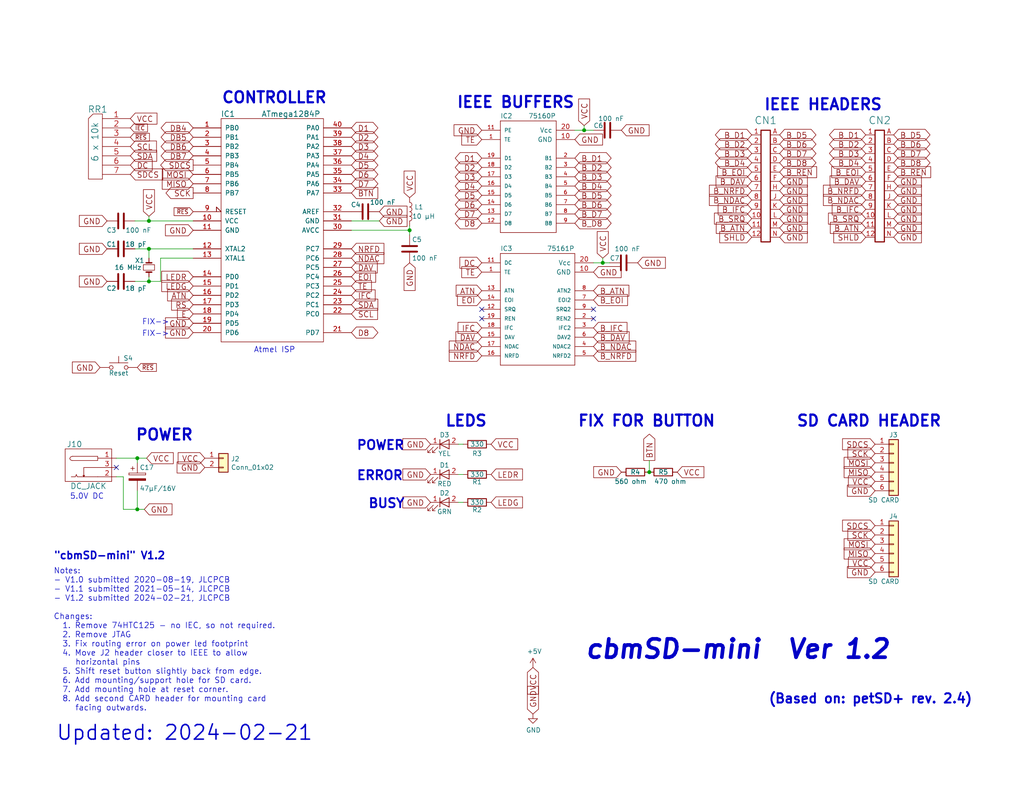
<source format=kicad_sch>
(kicad_sch (version 20230121) (generator eeschema)
  (paper "A")
  (title_block (title "cbmSD-mini") (date "2024-02-21") (rev "1.2") (company "Steve Gray, with thanks to Nils Eilers") (comment 1 "Schematic and PCB layout licensed under CC-BY-SA 4.0"))
  (lib_symbols
    (symbol "CBM-SD-rescue:75160P-psdp24-rescue" (pin_names (offset 1.016))
      (property "Reference" "U" (at -7.62 13.335 0))
      (property "Value" "75160P-psdp24-rescue" (at -7.62 -20.32 0))
      (symbol "75160P-psdp24-rescue_1_1"
        (pin input line (at -12.7 7.62 0) (length 5.08) (name "TE") (number "1"))
        (pin power_in line (at 12.7 7.62 180) (length 5.08) (name "GND") (number "10"))
        (pin input line (at -12.7 10.16 0) (length 5.08) (name "PE") (number "11"))
        (pin bidirectional line (at -12.7 -15.24 0) (length 5.08) (name "D8") (number "12"))
        (pin bidirectional line (at -12.7 -12.7 0) (length 5.08) (name "D7") (number "13"))
        (pin bidirectional line (at -12.7 -10.16 0) (length 5.08) (name "D6") (number "14"))
        (pin bidirectional line (at -12.7 -7.62 0) (length 5.08) (name "D5") (number "15"))
        (pin bidirectional line (at -12.7 -5.08 0) (length 5.08) (name "D4") (number "16"))
        (pin bidirectional line (at -12.7 -2.54 0) (length 5.08) (name "D3") (number "17"))
        (pin bidirectional line (at -12.7 0 0) (length 5.08) (name "D2") (number "18"))
        (pin bidirectional line (at -12.7 2.54 0) (length 5.08) (name "D1") (number "19"))
        (pin bidirectional line (at 12.7 2.54 180) (length 5.08) (name "B1") (number "2"))
        (pin power_in line (at 12.7 10.16 180) (length 5.08) (name "Vcc") (number "20"))
        (pin bidirectional line (at 12.7 0 180) (length 5.08) (name "B2") (number "3"))
        (pin bidirectional line (at 12.7 -2.54 180) (length 5.08) (name "B3") (number "4"))
        (pin bidirectional line (at 12.7 -5.08 180) (length 5.08) (name "B4") (number "5"))
        (pin bidirectional line (at 12.7 -7.62 180) (length 5.08) (name "B5") (number "6"))
        (pin bidirectional line (at 12.7 -10.16 180) (length 5.08) (name "B6") (number "7"))
        (pin bidirectional line (at 12.7 -12.7 180) (length 5.08) (name "B7") (number "8"))
        (pin bidirectional line (at 12.7 -15.24 180) (length 5.08) (name "B8") (number "9"))
      )
    )
    (symbol "CBM-SD-rescue:75161P-psdp24-rescue" (pin_names (offset 1.016))
      (property "Reference" "IC" (at -8.89 17.78 0))
      (property "Value" "75161P-psdp24-rescue" (at -10.16 -17.78 0))
      (symbol "75161P-psdp24-rescue_1_1"
        (pin input line (at -15.24 10.16 0) (length 5.08) (name "TE") (number "1"))
        (pin power_in line (at 15.24 10.16 180) (length 5.08) (name "GND") (number "10"))
        (pin input line (at -15.24 12.7 0) (length 5.08) (name "DC") (number "11"))
        (pin bidirectional line (at -15.24 0 0) (length 5.08) (name "SRQ") (number "12"))
        (pin bidirectional line (at -15.24 5.08 0) (length 5.08) (name "ATN") (number "13"))
        (pin bidirectional line (at -15.24 2.54 0) (length 5.08) (name "EOI") (number "14"))
        (pin bidirectional line (at -15.24 -7.62 0) (length 5.08) (name "DAV") (number "15"))
        (pin bidirectional line (at -15.24 -12.7 0) (length 5.08) (name "NRFD") (number "16"))
        (pin bidirectional line (at -15.24 -10.16 0) (length 5.08) (name "NDAC") (number "17"))
        (pin bidirectional line (at -15.24 -5.08 0) (length 5.08) (name "IFC") (number "18"))
        (pin bidirectional line (at -15.24 -2.54 0) (length 5.08) (name "REN") (number "19"))
        (pin bidirectional line (at 15.24 -2.54 180) (length 5.08) (name "REN2") (number "2"))
        (pin power_in line (at 15.24 12.7 180) (length 5.08) (name "Vcc") (number "20"))
        (pin bidirectional line (at 15.24 -5.08 180) (length 5.08) (name "IFC2") (number "3"))
        (pin bidirectional line (at 15.24 -10.16 180) (length 5.08) (name "NDAC2") (number "4"))
        (pin bidirectional line (at 15.24 -12.7 180) (length 5.08) (name "NRFD2") (number "5"))
        (pin bidirectional line (at 15.24 -7.62 180) (length 5.08) (name "DAV2") (number "6"))
        (pin bidirectional line (at 15.24 2.54 180) (length 5.08) (name "EOI2") (number "7"))
        (pin bidirectional line (at 15.24 5.08 180) (length 5.08) (name "ATN2") (number "8"))
        (pin bidirectional line (at 15.24 0 180) (length 5.08) (name "SRQ2") (number "9"))
      )
    )
    (symbol "CBM-SD-rescue:C-psdp24-rescue" (pin_numbers hide) (pin_names (offset 0.254))
      (property "Reference" "C" (at 0.635 2.54 0))
      (property "Value" "C-psdp24-rescue" (at 0.635 -2.54 0))
      (symbol "C-psdp24-rescue_1_1"
        (pin passive line (at 0 3.81 270) (length 2.794) (name "~") (number "1"))
        (pin passive line (at 0 -3.81 90) (length 2.794) (name "~") (number "2"))
      )
    )
    (symbol "CBM-SD-rescue:CP-psdp24-rescue" (pin_numbers hide) (pin_names (offset 0.254))
      (property "Reference" "C" (at 0.635 2.54 0))
      (property "Value" "CP-psdp24-rescue" (at 0.635 -2.54 0))
      (symbol "CP-psdp24-rescue_1_1"
        (pin passive line (at 0 3.81 270) (length 2.794) (name "~") (number "1"))
        (pin passive line (at 0 -3.81 90) (length 2.794) (name "~") (number "2"))
      )
    )
    (symbol "CBM-SD-rescue:Crystal_Small-psdp24-rescue" (pin_numbers hide) (pin_names (offset 1.016) hide)
      (property "Reference" "Y" (at 0 2.54 0))
      (property "Value" "Crystal_Small-psdp24-rescue" (at 0 -2.54 0))
      (symbol "Crystal_Small-psdp24-rescue_1_1"
        (pin passive line (at -2.54 0 0) (length 1.27) (name "1") (number "1"))
        (pin passive line (at 2.54 0 180) (length 1.27) (name "2") (number "2"))
      )
    )
    (symbol "CBM-SD-rescue:DC_JACK-psdp24-rescue" (pin_names (offset 1.016))
      (property "Reference" "K" (at 22.86 20.32 0))
      (property "Value" "DC_JACK-psdp24-rescue" (at 10.16 20.32 0))
      (symbol "DC_JACK-psdp24-rescue_1_1"
        (pin input line (at 5.08 2.54 180) (length 5.08) (name "~") (number "1"))
        (pin input line (at 5.08 -2.54 180) (length 5.08) (name "~") (number "2"))
        (pin input line (at 5.08 0 180) (length 5.08) (name "~") (number "3"))
      )
    )
    (symbol "CBM-SD-rescue:L-psdp24-rescue" (pin_numbers hide) (pin_names (offset 1.016) hide)
      (property "Reference" "L" (at -1.27 0 90))
      (property "Value" "L-psdp24-rescue" (at 1.905 0 90))
      (symbol "L-psdp24-rescue_1_1"
        (pin passive line (at 0 3.81 270) (length 1.27) (name "1") (number "1"))
        (pin passive line (at 0 -3.81 90) (length 1.27) (name "2") (number "2"))
      )
    )
    (symbol "CBM-SD-rescue:LED-psdp24-rescue" (pin_names (offset 1.016) hide)
      (property "Reference" "D" (at 0 2.54 0))
      (property "Value" "LED-psdp24-rescue" (at 0 -2.54 0))
      (symbol "LED-psdp24-rescue_1_1"
        (pin passive line (at -3.81 0 0) (length 2.54) (name "K") (number "1"))
        (pin passive line (at 3.81 0 180) (length 2.54) (name "A") (number "2"))
      )
    )
    (symbol "CBM-SD-rescue:M644-psdp24-rescue" (pin_names (offset 1.016))
      (property "Reference" "U" (at 0 0 0))
      (property "Value" "M644-psdp24-rescue" (at 0 -2.54 0))
      (symbol "M644-psdp24-rescue_1_1"
        (pin unspecified line (at -21.59 26.67 0) (length 7.62) (name "PB0") (number "1"))
        (pin power_in line (at -21.59 1.27 0) (length 7.62) (name "VCC") (number "10"))
        (pin power_in line (at -21.59 -1.27 0) (length 7.62) (name "GND") (number "11"))
        (pin unspecified line (at -21.59 -6.35 0) (length 7.62) (name "XTAL2") (number "12"))
        (pin unspecified line (at -21.59 -8.89 0) (length 7.62) (name "XTAL1") (number "13"))
        (pin unspecified line (at -21.59 -13.97 0) (length 7.62) (name "PD0") (number "14"))
        (pin unspecified line (at -21.59 -16.51 0) (length 7.62) (name "PD1") (number "15"))
        (pin unspecified line (at -21.59 -19.05 0) (length 7.62) (name "PD2") (number "16"))
        (pin unspecified line (at -21.59 -21.59 0) (length 7.62) (name "PD3") (number "17"))
        (pin unspecified line (at -21.59 -24.13 0) (length 7.62) (name "PD4") (number "18"))
        (pin unspecified line (at -21.59 -26.67 0) (length 7.62) (name "PD5") (number "19"))
        (pin unspecified line (at -21.59 24.13 0) (length 7.62) (name "PB1") (number "2"))
        (pin unspecified line (at -21.59 -29.21 0) (length 7.62) (name "PD6") (number "20"))
        (pin unspecified line (at 21.59 -29.21 180) (length 7.62) (name "PD7") (number "21"))
        (pin unspecified line (at 21.59 -24.13 180) (length 7.62) (name "PC0") (number "22"))
        (pin unspecified line (at 21.59 -21.59 180) (length 7.62) (name "PC1") (number "23"))
        (pin unspecified line (at 21.59 -19.05 180) (length 7.62) (name "PC2") (number "24"))
        (pin unspecified line (at 21.59 -16.51 180) (length 7.62) (name "PC3") (number "25"))
        (pin unspecified line (at 21.59 -13.97 180) (length 7.62) (name "PC4") (number "26"))
        (pin unspecified line (at 21.59 -11.43 180) (length 7.62) (name "PC5") (number "27"))
        (pin unspecified line (at 21.59 -8.89 180) (length 7.62) (name "PC6") (number "28"))
        (pin unspecified line (at 21.59 -6.35 180) (length 7.62) (name "PC7") (number "29"))
        (pin unspecified line (at -21.59 21.59 0) (length 7.62) (name "PB2") (number "3"))
        (pin power_in line (at 21.59 -1.27 180) (length 7.62) (name "AVCC") (number "30"))
        (pin power_in line (at 21.59 1.27 180) (length 7.62) (name "GND") (number "31"))
        (pin unspecified line (at 21.59 3.81 180) (length 7.62) (name "AREF") (number "32"))
        (pin unspecified line (at 21.59 8.89 180) (length 7.62) (name "PA7") (number "33"))
        (pin unspecified line (at 21.59 11.43 180) (length 7.62) (name "PA6") (number "34"))
        (pin unspecified line (at 21.59 13.97 180) (length 7.62) (name "PA5") (number "35"))
        (pin unspecified line (at 21.59 16.51 180) (length 7.62) (name "PA4") (number "36"))
        (pin unspecified line (at 21.59 19.05 180) (length 7.62) (name "PA3") (number "37"))
        (pin unspecified line (at 21.59 21.59 180) (length 7.62) (name "PA2") (number "38"))
        (pin unspecified line (at 21.59 24.13 180) (length 7.62) (name "PA1") (number "39"))
        (pin unspecified line (at -21.59 19.05 0) (length 7.62) (name "PB3") (number "4"))
        (pin unspecified line (at 21.59 26.67 180) (length 7.62) (name "PA0") (number "40"))
        (pin unspecified line (at -21.59 16.51 0) (length 7.62) (name "PB4") (number "5"))
        (pin unspecified line (at -21.59 13.97 0) (length 7.62) (name "PB5") (number "6"))
        (pin unspecified line (at -21.59 11.43 0) (length 7.62) (name "PB6") (number "7"))
        (pin unspecified line (at -21.59 8.89 0) (length 7.62) (name "PB7") (number "8"))
        (pin input input_low (at -21.59 3.81 0) (length 7.62) (name "RESET") (number "9"))
      )
    )
    (symbol "CBM-SD-rescue:R-psdp24-rescue" (pin_numbers hide) (pin_names (offset 0))
      (property "Reference" "R" (at 2.032 0 90))
      (property "Value" "R-psdp24-rescue" (at 0 0 90))
      (symbol "R-psdp24-rescue_1_1"
        (pin passive line (at 0 3.81 270) (length 1.27) (name "~") (number "1"))
        (pin passive line (at 0 -3.81 90) (length 1.27) (name "~") (number "2"))
      )
    )
    (symbol "CBM-SD-rescue:RR6-psdp24-rescue" (pin_names (offset 1.016) hide)
      (property "Reference" "RR" (at 1.27 13.97 0))
      (property "Value" "RR6-psdp24-rescue" (at 0.762 5.08 90))
      (symbol "RR6-psdp24-rescue_1_1"
        (pin passive line (at -8.89 11.43 0) (length 7.62) (name "COM") (number "1"))
        (pin passive line (at -8.89 8.89 0) (length 7.62) (name "2") (number "2"))
        (pin passive line (at -8.89 6.35 0) (length 7.62) (name "3") (number "3"))
        (pin passive line (at -8.89 3.81 0) (length 7.62) (name "4") (number "4"))
        (pin passive line (at -8.89 1.27 0) (length 7.62) (name "5") (number "5"))
        (pin passive line (at -8.89 -1.27 0) (length 7.62) (name "6") (number "6"))
        (pin passive line (at -8.89 -3.81 0) (length 7.62) (name "7") (number "7"))
      )
    )
    (symbol "CBM-SD-rescue:SW_Push-psdp24-rescue" (pin_numbers hide) (pin_names (offset 1.016) hide)
      (property "Reference" "SW" (at 1.27 2.54 0))
      (property "Value" "SW_Push-psdp24-rescue" (at 0 -1.524 0))
      (symbol "SW_Push-psdp24-rescue_0_1"
        (pin passive line (at -5.08 0 0) (length 2.54) (name "1") (number "1"))
        (pin passive line (at 5.08 0 180) (length 2.54) (name "2") (number "2"))
      )
    )
    (symbol "Connector_Generic:Conn_01x02" (pin_names (offset 1.016) hide)
      (property "Reference" "J" (at 0 2.54 0))
      (property "Value" "Conn_01x02" (at 0 -5.08 0))
      (symbol "Conn_01x02_1_1"
        (pin passive line (at -5.08 0 0) (length 3.81) (name "Pin_1") (number "1"))
        (pin passive line (at -5.08 -2.54 0) (length 3.81) (name "Pin_2") (number "2"))
      )
    )
    (symbol "Connector_Generic:Conn_01x06" (pin_names (offset 1.016) hide)
      (property "Reference" "J" (at 0 7.62 0))
      (property "Value" "Conn_01x06" (at 0 -10.16 0))
      (symbol "Conn_01x06_1_1"
        (pin passive line (at -5.08 5.08 0) (length 3.81) (name "Pin_1") (number "1"))
        (pin passive line (at -5.08 2.54 0) (length 3.81) (name "Pin_2") (number "2"))
        (pin passive line (at -5.08 0 0) (length 3.81) (name "Pin_3") (number "3"))
        (pin passive line (at -5.08 -2.54 0) (length 3.81) (name "Pin_4") (number "4"))
        (pin passive line (at -5.08 -5.08 0) (length 3.81) (name "Pin_5") (number "5"))
        (pin passive line (at -5.08 -7.62 0) (length 3.81) (name "Pin_6") (number "6"))
      )
    )
    (symbol "cbm:EDGE_CON_02x12" (pin_names (offset 1.016))
      (property "Reference" "CN" (at 0 17.78 0))
      (symbol "EDGE_CON_02x12_1_1"
        (pin input line (at -3.81 13.97 0) (length 2.54) (name "~") (number "1"))
        (pin input line (at -3.81 -8.89 0) (length 2.54) (name "~") (number "10"))
        (pin input line (at -3.81 -11.43 0) (length 2.54) (name "~") (number "11"))
        (pin input line (at -3.81 -13.97 0) (length 2.54) (name "~") (number "12"))
        (pin input line (at -3.81 11.43 0) (length 2.54) (name "~") (number "2"))
        (pin input line (at -3.81 8.89 0) (length 2.54) (name "~") (number "3"))
        (pin input line (at -3.81 6.35 0) (length 2.54) (name "~") (number "4"))
        (pin input line (at -3.81 3.81 0) (length 2.54) (name "~") (number "5"))
        (pin input line (at -3.81 1.27 0) (length 2.54) (name "~") (number "6"))
        (pin input line (at -3.81 -1.27 0) (length 2.54) (name "~") (number "7"))
        (pin input line (at -3.81 -3.81 0) (length 2.54) (name "~") (number "8"))
        (pin input line (at -3.81 -6.35 0) (length 2.54) (name "~") (number "9"))
        (pin input line (at 3.81 13.97 180) (length 2.54) (name "~") (number "A"))
        (pin input line (at 3.81 11.43 180) (length 2.54) (name "~") (number "B"))
        (pin input line (at 3.81 8.89 180) (length 2.54) (name "~") (number "C"))
        (pin input line (at 3.81 6.35 180) (length 2.54) (name "~") (number "D"))
        (pin input line (at 3.81 3.81 180) (length 2.54) (name "~") (number "E"))
        (pin input line (at 3.81 1.27 180) (length 2.54) (name "~") (number "F"))
        (pin input line (at 3.81 -1.27 180) (length 2.54) (name "~") (number "H"))
        (pin input line (at 3.81 -3.81 180) (length 2.54) (name "~") (number "J"))
        (pin input line (at 3.81 -6.35 180) (length 2.54) (name "~") (number "K"))
        (pin input line (at 3.81 -8.89 180) (length 2.54) (name "~") (number "L"))
        (pin input line (at 3.81 -11.43 180) (length 2.54) (name "~") (number "M"))
        (pin input line (at 3.81 -13.97 180) (length 2.54) (name "~") (number "N"))
      )
    )
    (symbol "power:+5V" (power) (pin_names (offset 0))
      (property "Value" "+5V" (at 0 3.556 0))
      (symbol "+5V_1_1"
        (pin power_in line (at 0 0 90) (length 0) hide (name "+5V") (number "1"))
      )
    )
    (symbol "power:GND" (power) (pin_names (offset 0))
      (property "Value" "GND" (at 0 -3.81 0))
      (symbol "GND_1_1"
        (pin power_in line (at 0 0 270) (length 0) hide (name "GND") (number "1"))
      )
    )
  )
  (junction (at 111.76 62.865))
  (junction (at 177.165 128.905))
  (junction (at 37.465 125.095))
  (junction (at 40.64 60.325))
  (junction (at 40.64 67.945))
  (junction (at 164.465 71.755))
  (junction (at 40.64 76.835))
  (junction (at 37.465 139.065))
  (junction (at 159.385 35.56))
  (no_connect (at 31.75 127.635))
  (no_connect (at 131.445 86.995))
  (no_connect (at 161.925 84.455))
  (no_connect (at 161.925 86.995))
  (no_connect (at 131.445 84.455))
  (wire (pts (xy 33.655 130.175) (xy 33.655 139.065)))
  (wire (pts (xy 126.365 129.54) (xy 125.095 129.54)))
  (wire (pts (xy 43.815 70.485) (xy 52.705 70.485)))
  (wire (pts (xy 36.83 76.835) (xy 40.64 76.835)))
  (wire (pts (xy 161.925 71.755) (xy 164.465 71.755)))
  (wire (pts (xy 37.465 133.985) (xy 37.465 139.065)))
  (wire (pts (xy 111.76 62.865) (xy 111.76 64.135)))
  (wire (pts (xy 40.64 75.565) (xy 40.64 76.835)))
  (wire (pts (xy 156.845 35.56) (xy 159.385 35.56)))
  (wire (pts (xy 111.76 61.595) (xy 111.76 62.865)))
  (wire (pts (xy 40.64 60.325) (xy 52.705 60.325)))
  (wire (pts (xy 164.465 70.485) (xy 164.465 71.755)))
  (wire (pts (xy 159.385 35.56) (xy 161.925 35.56)))
  (wire (pts (xy 159.385 34.29) (xy 159.385 35.56)))
  (wire (pts (xy 33.655 139.065) (xy 37.465 139.065)))
  (wire (pts (xy 31.75 125.095) (xy 37.465 125.095)))
  (wire (pts (xy 125.095 121.285) (xy 126.365 121.285)))
  (wire (pts (xy 40.64 76.835) (xy 43.815 76.835)))
  (wire (pts (xy 111.76 62.865) (xy 95.885 62.865)))
  (wire (pts (xy 126.365 137.16) (xy 125.095 137.16)))
  (wire (pts (xy 37.465 126.365) (xy 37.465 125.095)))
  (wire (pts (xy 40.64 67.945) (xy 40.64 70.485)))
  (wire (pts (xy 95.885 60.325) (xy 103.505 60.325)))
  (wire (pts (xy 177.165 125.73) (xy 177.165 128.905)))
  (wire (pts (xy 43.815 76.835) (xy 43.815 70.485)))
  (wire (pts (xy 40.64 59.055) (xy 40.64 60.325)))
  (wire (pts (xy 164.465 71.755) (xy 166.37 71.755)))
  (wire (pts (xy 39.37 139.065) (xy 37.465 139.065)))
  (wire (pts (xy 31.75 130.175) (xy 33.655 130.175)))
  (wire (pts (xy 40.64 67.945) (xy 52.705 67.945)))
  (wire (pts (xy 36.83 67.945) (xy 40.64 67.945)))
  (wire (pts (xy 36.83 60.325) (xy 40.64 60.325)))
  (wire (pts (xy 40.005 125.095) (xy 37.465 125.095)))
  (text "5.0V DC" (at 19.05 136.525 0) (effects (font (size 1.524 1.524)) (justify left bottom)))
  (text "BUSY" (at 100.33 139.065 0) (effects (font (size 2.4892 2.4892) (thickness 0.4978) bold) (justify left bottom)))
  (text "Notes:\n- V1.0 submitted 2020-08-19, JLCPCB\n- V1.1 submitted 2021-05-14, JLCPCB\n- V1.2 submitted 2024-02-21, JLCPCB\n\nChanges:\n  1. Remove 74HTC125 - no IEC, so not required.\n  2. Remove JTAG\n  3. Fix routing error on power led footprint\n  4. Move J2 header closer to IEEE to allow\n     horizontal pins\n  5. Shift reset button slightly back from edge.\n  6. Add mounting/support hole for SD card.\n  7. Add mounting hole at reset corner.\n  8. Add second CARD header for mounting card\n     facing outwards." (at 14.605 194.31 0) (effects (font (size 1.5494 1.5494)) (justify left bottom)))
  (text "Atmel ISP" (at 69.215 96.52 0) (effects (font (size 1.524 1.524)) (justify left bottom)))
  (text "\"cbmSD-mini\" V1.2" (at 14.605 153.035 0) (effects (font (size 2.0066 2.0066) (thickness 0.4013) bold) (justify left bottom)))
  (text "FIX FOR BUTTON" (at 157.48 116.84 0) (effects (font (size 2.9972 2.9972) (thickness 0.5994) bold) (justify left bottom)))
  (text "SD CARD HEADER" (at 217.17 116.84 0) (effects (font (size 2.9972 2.9972) (thickness 0.5994) bold) (justify left bottom)))
  (text "cbmSD-mini  Ver 1.2" (at 159.385 180.34 0) (effects (font (size 5.0038 5.0038) (thickness 1.0008) bold italic) (justify left bottom)))
  (text "CONTROLLER" (at 60.325 28.575 0) (effects (font (size 2.9972 2.9972) (thickness 0.5994) bold) (justify left bottom)))
  (text "IEEE HEADERS" (at 208.28 30.48 0) (effects (font (size 2.9972 2.9972) (thickness 0.5994) bold) (justify left bottom)))
  (text "(Based on: petSD+ rev. 2.4)" (at 209.55 192.405 0) (effects (font (size 2.54 2.54) (thickness 0.508) bold) (justify left bottom)))
  (text "FIX->" (at 38.735 88.9 0) (effects (font (size 1.524 1.524)) (justify left bottom)))
  (text "POWER" (at 97.155 123.19 0) (effects (font (size 2.4892 2.4892) (thickness 0.4978) bold) (justify left bottom)))
  (text "POWER" (at 36.83 120.65 0) (effects (font (size 2.9972 2.9972) (thickness 0.5994) bold) (justify left bottom)))
  (text "LEDS" (at 121.285 116.84 0) (effects (font (size 2.9972 2.9972) (thickness 0.5994) bold) (justify left bottom)))
  (text "ERROR" (at 97.155 131.445 0) (effects (font (size 2.4892 2.4892) (thickness 0.4978) bold) (justify left bottom)))
  (text "Updated: 2024-02-21" (at 15.24 202.565 0) (effects (font (size 4 4) (thickness 0.4013) bold) (justify left bottom)))
  (text "IEEE BUFFERS" (at 124.46 29.845 0) (effects (font (size 2.9972 2.9972) (thickness 0.5994) bold) (justify left bottom)))
  (text "FIX->" (at 38.735 92.075 0) (effects (font (size 1.524 1.524)) (justify left bottom)))
  (global_label "D7" (shape bidirectional) (at 131.445 58.42 180) (effects (font (size 1.524 1.524))) (property "Intersheetrefs" "${INTERSHEET_REFS}" (effects hide)))
  (global_label "DAV" (shape input) (at 131.445 92.075 180) (effects (font (size 1.524 1.524))) (property "Intersheetrefs" "${INTERSHEET_REFS}" (effects hide)))
  (global_label "B_ATN" (shape input) (at 236.22 62.23 180) (effects (font (size 1.524 1.524))) (property "Intersheetrefs" "${INTERSHEET_REFS}" (effects hide)))
  (global_label "GND" (shape input) (at 117.475 129.54 180) (effects (font (size 1.524 1.524))) (property "Intersheetrefs" "${INTERSHEET_REFS}" (effects hide)))
  (global_label "B_ATN" (shape input) (at 161.925 79.375 0) (effects (font (size 1.524 1.524))) (property "Intersheetrefs" "${INTERSHEET_REFS}" (effects hide)))
  (global_label "GND" (shape input) (at 52.705 88.265 180) (effects (font (size 1.524 1.524))) (property "Intersheetrefs" "${INTERSHEET_REFS}" (effects hide)))
  (global_label "GND" (shape input) (at 243.84 52.07 0) (effects (font (size 1.524 1.524))) (property "Intersheetrefs" "${INTERSHEET_REFS}" (effects hide)))
  (global_label "GND" (shape input) (at 103.505 57.785 0) (effects (font (size 1.524 1.524))) (property "Intersheetrefs" "${INTERSHEET_REFS}" (effects hide)))
  (global_label "B_D8" (shape bidirectional) (at 212.725 44.45 0) (effects (font (size 1.524 1.524))) (property "Intersheetrefs" "${INTERSHEET_REFS}" (effects hide)))
  (global_label "SDCS" (shape input) (at 238.76 143.51 180) (effects (font (size 1.524 1.524))) (property "Intersheetrefs" "${INTERSHEET_REFS}" (effects hide)))
  (global_label "GND" (shape input) (at 29.21 60.325 180) (effects (font (size 1.524 1.524))) (property "Intersheetrefs" "${INTERSHEET_REFS}" (effects hide)))
  (global_label "GND" (shape input) (at 29.21 67.945 180) (effects (font (size 1.524 1.524))) (property "Intersheetrefs" "${INTERSHEET_REFS}" (effects hide)))
  (global_label "B_D1" (shape bidirectional) (at 156.845 43.18 0) (effects (font (size 1.524 1.524))) (property "Intersheetrefs" "${INTERSHEET_REFS}" (effects hide)))
  (global_label "RS" (shape input) (at 52.705 83.185 180) (effects (font (size 1.524 1.524))) (property "Intersheetrefs" "${INTERSHEET_REFS}" (effects hide)))
  (global_label "TE" (shape input) (at 131.445 38.1 180) (effects (font (size 1.524 1.524))) (property "Intersheetrefs" "${INTERSHEET_REFS}" (effects hide)))
  (global_label "B_D5" (shape bidirectional) (at 156.845 53.34 0) (effects (font (size 1.524 1.524))) (property "Intersheetrefs" "${INTERSHEET_REFS}" (effects hide)))
  (global_label "GND" (shape input) (at 212.725 64.77 0) (effects (font (size 1.524 1.524))) (property "Intersheetrefs" "${INTERSHEET_REFS}" (effects hide)))
  (global_label "B_EOI" (shape input) (at 161.925 81.915 0) (effects (font (size 1.524 1.524))) (property "Intersheetrefs" "${INTERSHEET_REFS}" (effects hide)))
  (global_label "B_NRFD" (shape input) (at 161.925 97.155 0) (effects (font (size 1.524 1.524))) (property "Intersheetrefs" "${INTERSHEET_REFS}" (effects hide)))
  (global_label "SDCS" (shape input) (at 238.76 121.285 180) (effects (font (size 1.524 1.524))) (property "Intersheetrefs" "${INTERSHEET_REFS}" (effects hide)))
  (global_label "NDAC" (shape input) (at 95.885 70.485 0) (effects (font (size 1.524 1.524))) (property "Intersheetrefs" "${INTERSHEET_REFS}" (effects hide)))
  (global_label "VCC" (shape input) (at 238.76 153.67 180) (effects (font (size 1.524 1.524))) (property "Intersheetrefs" "${INTERSHEET_REFS}" (effects hide)))
  (global_label "B_DAV" (shape input) (at 236.22 49.53 180) (effects (font (size 1.524 1.524))) (property "Intersheetrefs" "${INTERSHEET_REFS}" (effects hide)))
  (global_label "D2" (shape bidirectional) (at 131.445 45.72 180) (effects (font (size 1.524 1.524))) (property "Intersheetrefs" "${INTERSHEET_REFS}" (effects hide)))
  (global_label "D4" (shape bidirectional) (at 95.885 42.545 0) (effects (font (size 1.524 1.524))) (property "Intersheetrefs" "${INTERSHEET_REFS}" (effects hide)))
  (global_label "IFC" (shape input) (at 95.885 80.645 0) (effects (font (size 1.524 1.524))) (property "Intersheetrefs" "${INTERSHEET_REFS}" (effects hide)))
  (global_label "B_IFC" (shape input) (at 236.22 57.15 180) (effects (font (size 1.524 1.524))) (property "Intersheetrefs" "${INTERSHEET_REFS}" (effects hide)))
  (global_label "D6" (shape bidirectional) (at 131.445 55.88 180) (effects (font (size 1.524 1.524))) (property "Intersheetrefs" "${INTERSHEET_REFS}" (effects hide)))
  (global_label "B_D2" (shape bidirectional) (at 236.22 39.37 180) (effects (font (size 1.524 1.524))) (property "Intersheetrefs" "${INTERSHEET_REFS}" (effects hide)))
  (global_label "GND" (shape input) (at 243.84 59.69 0) (effects (font (size 1.524 1.524))) (property "Intersheetrefs" "${INTERSHEET_REFS}" (effects hide)))
  (global_label "VCC" (shape input) (at 35.56 32.385 0) (effects (font (size 1.524 1.524))) (property "Intersheetrefs" "${INTERSHEET_REFS}" (effects hide)))
  (global_label "D8" (shape bidirectional) (at 131.445 60.96 180) (effects (font (size 1.524 1.524))) (property "Intersheetrefs" "${INTERSHEET_REFS}" (effects hide)))
  (global_label "GND" (shape input) (at 145.415 194.945 90) (effects (font (size 1.524 1.524))) (property "Intersheetrefs" "${INTERSHEET_REFS}" (effects hide)))
  (global_label "SDCS" (shape output) (at 52.705 45.085 180) (effects (font (size 1.524 1.524))) (property "Intersheetrefs" "${INTERSHEET_REFS}" (effects hide)))
  (global_label "GND" (shape input) (at 243.84 64.77 0) (effects (font (size 1.524 1.524))) (property "Intersheetrefs" "${INTERSHEET_REFS}" (effects hide)))
  (global_label "EOI" (shape input) (at 131.445 81.915 180) (effects (font (size 1.524 1.524))) (property "Intersheetrefs" "${INTERSHEET_REFS}" (effects hide)))
  (global_label "B_DAV" (shape input) (at 161.925 92.075 0) (effects (font (size 1.524 1.524))) (property "Intersheetrefs" "${INTERSHEET_REFS}" (effects hide)))
  (global_label "ATN" (shape input) (at 131.445 79.375 180) (effects (font (size 1.524 1.524))) (property "Intersheetrefs" "${INTERSHEET_REFS}" (effects hide)))
  (global_label "ATN" (shape input) (at 52.705 80.645 180) (effects (font (size 1.524 1.524))) (property "Intersheetrefs" "${INTERSHEET_REFS}" (effects hide)))
  (global_label "NRFD" (shape input) (at 95.885 67.945 0) (effects (font (size 1.524 1.524))) (property "Intersheetrefs" "${INTERSHEET_REFS}" (effects hide)))
  (global_label "B_D5" (shape bidirectional) (at 243.84 36.83 0) (effects (font (size 1.524 1.524))) (property "Intersheetrefs" "${INTERSHEET_REFS}" (effects hide)))
  (global_label "D3" (shape bidirectional) (at 95.885 40.005 0) (effects (font (size 1.524 1.524))) (property "Intersheetrefs" "${INTERSHEET_REFS}" (effects hide)))
  (global_label "GND" (shape input) (at 131.445 35.56 180) (effects (font (size 1.524 1.524))) (property "Intersheetrefs" "${INTERSHEET_REFS}" (effects hide)))
  (global_label "B_ATN" (shape input) (at 205.105 62.23 180) (effects (font (size 1.524 1.524))) (property "Intersheetrefs" "${INTERSHEET_REFS}" (effects hide)))
  (global_label "GND" (shape input) (at 212.725 59.69 0) (effects (font (size 1.524 1.524))) (property "Intersheetrefs" "${INTERSHEET_REFS}" (effects hide)))
  (global_label "VCC" (shape input) (at 145.415 182.245 270) (effects (font (size 1.524 1.524))) (property "Intersheetrefs" "${INTERSHEET_REFS}" (effects hide)))
  (global_label "B_D7" (shape bidirectional) (at 243.84 41.91 0) (effects (font (size 1.524 1.524))) (property "Intersheetrefs" "${INTERSHEET_REFS}" (effects hide)))
  (global_label "GND" (shape input) (at 55.88 127.635 180) (effects (font (size 1.524 1.524))) (property "Intersheetrefs" "${INTERSHEET_REFS}" (effects hide)))
  (global_label "GND" (shape input) (at 238.76 156.21 180) (effects (font (size 1.524 1.524))) (property "Intersheetrefs" "${INTERSHEET_REFS}" (effects hide)))
  (global_label "D4" (shape bidirectional) (at 131.445 50.8 180) (effects (font (size 1.524 1.524))) (property "Intersheetrefs" "${INTERSHEET_REFS}" (effects hide)))
  (global_label "B_NRFD" (shape input) (at 236.22 52.07 180) (effects (font (size 1.524 1.524))) (property "Intersheetrefs" "${INTERSHEET_REFS}" (effects hide)))
  (global_label "DC" (shape input) (at 35.56 45.085 0) (effects (font (size 1.524 1.524))) (property "Intersheetrefs" "${INTERSHEET_REFS}" (effects hide)))
  (global_label "GND" (shape input) (at 212.725 49.53 0) (effects (font (size 1.524 1.524))) (property "Intersheetrefs" "${INTERSHEET_REFS}" (effects hide)))
  (global_label "B_D2" (shape bidirectional) (at 205.105 39.37 180) (effects (font (size 1.524 1.524))) (property "Intersheetrefs" "${INTERSHEET_REFS}" (effects hide)))
  (global_label "SCL" (shape input) (at 35.56 40.005 0) (effects (font (size 1.524 1.524))) (property "Intersheetrefs" "${INTERSHEET_REFS}" (effects hide)))
  (global_label "LEDR" (shape input) (at 52.705 75.565 180) (effects (font (size 1.524 1.524))) (property "Intersheetrefs" "${INTERSHEET_REFS}" (effects hide)))
  (global_label "GND" (shape input) (at 156.845 38.1 0) (effects (font (size 1.524 1.524))) (property "Intersheetrefs" "${INTERSHEET_REFS}" (effects hide)))
  (global_label "LEDG" (shape input) (at 133.985 137.16 0) (effects (font (size 1.524 1.524))) (property "Intersheetrefs" "${INTERSHEET_REFS}" (effects hide)))
  (global_label "TE" (shape input) (at 131.445 74.295 180) (effects (font (size 1.524 1.524))) (property "Intersheetrefs" "${INTERSHEET_REFS}" (effects hide)))
  (global_label "D5" (shape bidirectional) (at 131.445 53.34 180) (effects (font (size 1.524 1.524))) (property "Intersheetrefs" "${INTERSHEET_REFS}" (effects hide)))
  (global_label "SCL" (shape input) (at 95.885 85.725 0) (effects (font (size 1.524 1.524))) (property "Intersheetrefs" "${INTERSHEET_REFS}" (effects hide)))
  (global_label "IFC" (shape input) (at 131.445 89.535 180) (effects (font (size 1.524 1.524))) (property "Intersheetrefs" "${INTERSHEET_REFS}" (effects hide)))
  (global_label "EOI" (shape input) (at 95.885 75.565 0) (effects (font (size 1.524 1.524))) (property "Intersheetrefs" "${INTERSHEET_REFS}" (effects hide)))
  (global_label "B_NDAC" (shape input) (at 161.925 94.615 0) (effects (font (size 1.524 1.524))) (property "Intersheetrefs" "${INTERSHEET_REFS}" (effects hide)))
  (global_label "LEDR" (shape input) (at 133.985 129.54 0) (effects (font (size 1.524 1.524))) (property "Intersheetrefs" "${INTERSHEET_REFS}" (effects hide)))
  (global_label "SHLD" (shape input) (at 205.105 64.77 180) (effects (font (size 1.524 1.524))) (property "Intersheetrefs" "${INTERSHEET_REFS}" (effects hide)))
  (global_label "GND" (shape input) (at 212.725 54.61 0) (effects (font (size 1.524 1.524))) (property "Intersheetrefs" "${INTERSHEET_REFS}" (effects hide)))
  (global_label "B_D7" (shape bidirectional) (at 212.725 41.91 0) (effects (font (size 1.524 1.524))) (property "Intersheetrefs" "${INTERSHEET_REFS}" (effects hide)))
  (global_label "GND" (shape input) (at 52.705 90.805 180) (effects (font (size 1.524 1.524))) (property "Intersheetrefs" "${INTERSHEET_REFS}" (effects hide)))
  (global_label "VCC" (shape input) (at 164.465 70.485 90) (effects (font (size 1.524 1.524))) (property "Intersheetrefs" "${INTERSHEET_REFS}" (effects hide)))
  (global_label "B_IFC" (shape input) (at 205.105 57.15 180) (effects (font (size 1.524 1.524))) (property "Intersheetrefs" "${INTERSHEET_REFS}" (effects hide)))
  (global_label "GND" (shape input) (at 103.505 60.325 0) (effects (font (size 1.524 1.524))) (property "Intersheetrefs" "${INTERSHEET_REFS}" (effects hide)))
  (global_label "GND" (shape input) (at 212.725 57.15 0) (effects (font (size 1.524 1.524))) (property "Intersheetrefs" "${INTERSHEET_REFS}" (effects hide)))
  (global_label "GND" (shape input) (at 117.475 121.285 180) (effects (font (size 1.524 1.524))) (property "Intersheetrefs" "${INTERSHEET_REFS}" (effects hide)))
  (global_label "MISO" (shape input) (at 52.705 50.165 180) (effects (font (size 1.524 1.524))) (property "Intersheetrefs" "${INTERSHEET_REFS}" (effects hide)))
  (global_label "~{RES}" (shape input) (at 52.705 57.785 180) (effects (font (size 1.0922 1.0922))) (property "Intersheetrefs" "${INTERSHEET_REFS}" (effects hide)))
  (global_label "B_EOI" (shape input) (at 236.22 46.99 180) (effects (font (size 1.524 1.524))) (property "Intersheetrefs" "${INTERSHEET_REFS}" (effects hide)))
  (global_label "GND" (shape input) (at 169.545 35.56 0) (effects (font (size 1.524 1.524))) (property "Intersheetrefs" "${INTERSHEET_REFS}" (effects hide)))
  (global_label "NRFD" (shape input) (at 131.445 97.155 180) (effects (font (size 1.524 1.524))) (property "Intersheetrefs" "${INTERSHEET_REFS}" (effects hide)))
  (global_label "VCC" (shape input) (at 40.005 125.095 0) (effects (font (size 1.524 1.524))) (property "Intersheetrefs" "${INTERSHEET_REFS}" (effects hide)))
  (global_label "D1" (shape bidirectional) (at 95.885 34.925 0) (effects (font (size 1.524 1.524))) (property "Intersheetrefs" "${INTERSHEET_REFS}" (effects hide)))
  (global_label "GND" (shape input) (at 238.76 133.985 180) (effects (font (size 1.524 1.524))) (property "Intersheetrefs" "${INTERSHEET_REFS}" (effects hide)))
  (global_label "~{IEC}" (shape input) (at 35.56 34.925 0) (effects (font (size 1.0922 1.0922))) (property "Intersheetrefs" "${INTERSHEET_REFS}" (effects hide)))
  (global_label "SCK" (shape output) (at 52.705 52.705 180) (effects (font (size 1.524 1.524))) (property "Intersheetrefs" "${INTERSHEET_REFS}" (effects hide)))
  (global_label "B_D4" (shape bidirectional) (at 156.845 50.8 0) (effects (font (size 1.524 1.524))) (property "Intersheetrefs" "${INTERSHEET_REFS}" (effects hide)))
  (global_label "VCC" (shape input) (at 238.76 131.445 180) (effects (font (size 1.524 1.524))) (property "Intersheetrefs" "${INTERSHEET_REFS}" (effects hide)))
  (global_label "D5" (shape bidirectional) (at 95.885 45.085 0) (effects (font (size 1.524 1.524))) (property "Intersheetrefs" "${INTERSHEET_REFS}" (effects hide)))
  (global_label "GND" (shape input) (at 212.725 62.23 0) (effects (font (size 1.524 1.524))) (property "Intersheetrefs" "${INTERSHEET_REFS}" (effects hide)))
  (global_label "B_REN" (shape input) (at 212.725 46.99 0) (effects (font (size 1.524 1.524))) (property "Intersheetrefs" "${INTERSHEET_REFS}" (effects hide)))
  (global_label "B_D6" (shape bidirectional) (at 156.845 55.88 0) (effects (font (size 1.524 1.524))) (property "Intersheetrefs" "${INTERSHEET_REFS}" (effects hide)))
  (global_label "D1" (shape bidirectional) (at 131.445 43.18 180) (effects (font (size 1.524 1.524))) (property "Intersheetrefs" "${INTERSHEET_REFS}" (effects hide)))
  (global_label "SCK" (shape input) (at 238.76 146.05 180) (effects (font (size 1.524 1.524))) (property "Intersheetrefs" "${INTERSHEET_REFS}" (effects hide)))
  (global_label "BTN" (shape output) (at 177.165 125.73 90) (effects (font (size 1.524 1.524))) (property "Intersheetrefs" "${INTERSHEET_REFS}" (effects hide)))
  (global_label "DB6" (shape bidirectional) (at 52.705 40.005 180) (effects (font (size 1.524 1.524))) (property "Intersheetrefs" "${INTERSHEET_REFS}" (effects hide)))
  (global_label "SCK" (shape input) (at 238.76 123.825 180) (effects (font (size 1.524 1.524))) (property "Intersheetrefs" "${INTERSHEET_REFS}" (effects hide)))
  (global_label "B_IFC" (shape input) (at 161.925 89.535 0) (effects (font (size 1.524 1.524))) (property "Intersheetrefs" "${INTERSHEET_REFS}" (effects hide)))
  (global_label "VCC" (shape input) (at 55.88 125.095 180) (effects (font (size 1.524 1.524))) (property "Intersheetrefs" "${INTERSHEET_REFS}" (effects hide)))
  (global_label "E" (shape input) (at 52.705 85.725 180) (effects (font (size 1.524 1.524))) (property "Intersheetrefs" "${INTERSHEET_REFS}" (effects hide)))
  (global_label "D6" (shape bidirectional) (at 95.885 47.625 0) (effects (font (size 1.524 1.524))) (property "Intersheetrefs" "${INTERSHEET_REFS}" (effects hide)))
  (global_label "MOSI" (shape input) (at 238.76 126.365 180) (effects (font (size 1.524 1.524))) (property "Intersheetrefs" "${INTERSHEET_REFS}" (effects hide)))
  (global_label "GND" (shape input) (at 212.725 52.07 0) (effects (font (size 1.524 1.524))) (property "Intersheetrefs" "${INTERSHEET_REFS}" (effects hide)))
  (global_label "B_D8" (shape bidirectional) (at 156.845 60.96 0) (effects (font (size 1.524 1.524))) (property "Intersheetrefs" "${INTERSHEET_REFS}" (effects hide)))
  (global_label "SDA" (shape input) (at 35.56 42.545 0) (effects (font (size 1.524 1.524))) (property "Intersheetrefs" "${INTERSHEET_REFS}" (effects hide)))
  (global_label "D3" (shape bidirectional) (at 131.445 48.26 180) (effects (font (size 1.524 1.524))) (property "Intersheetrefs" "${INTERSHEET_REFS}" (effects hide)))
  (global_label "B_EOI" (shape input) (at 205.105 46.99 180) (effects (font (size 1.524 1.524))) (property "Intersheetrefs" "${INTERSHEET_REFS}" (effects hide)))
  (global_label "B_D4" (shape bidirectional) (at 205.105 44.45 180) (effects (font (size 1.524 1.524))) (property "Intersheetrefs" "${INTERSHEET_REFS}" (effects hide)))
  (global_label "GND" (shape input) (at 29.21 76.835 180) (effects (font (size 1.524 1.524))) (property "Intersheetrefs" "${INTERSHEET_REFS}" (effects hide)))
  (global_label "GND" (shape input) (at 111.76 71.755 270) (effects (font (size 1.524 1.524))) (property "Intersheetrefs" "${INTERSHEET_REFS}" (effects hide)))
  (global_label "GND" (shape input) (at 243.84 54.61 0) (effects (font (size 1.524 1.524))) (property "Intersheetrefs" "${INTERSHEET_REFS}" (effects hide)))
  (global_label "DC" (shape input) (at 131.445 71.755 180) (effects (font (size 1.524 1.524))) (property "Intersheetrefs" "${INTERSHEET_REFS}" (effects hide)))
  (global_label "BTN" (shape input) (at 95.885 52.705 0) (effects (font (size 1.524 1.524))) (property "Intersheetrefs" "${INTERSHEET_REFS}" (effects hide)))
  (global_label "DB7" (shape bidirectional) (at 52.705 42.545 180) (effects (font (size 1.524 1.524))) (property "Intersheetrefs" "${INTERSHEET_REFS}" (effects hide)))
  (global_label "B_D6" (shape bidirectional) (at 243.84 39.37 0) (effects (font (size 1.524 1.524))) (property "Intersheetrefs" "${INTERSHEET_REFS}" (effects hide)))
  (global_label "B_D6" (shape bidirectional) (at 212.725 39.37 0) (effects (font (size 1.524 1.524))) (property "Intersheetrefs" "${INTERSHEET_REFS}" (effects hide)))
  (global_label "B_SRQ" (shape input) (at 205.105 59.69 180) (effects (font (size 1.524 1.524))) (property "Intersheetrefs" "${INTERSHEET_REFS}" (effects hide)))
  (global_label "DAV" (shape input) (at 95.885 73.025 0) (effects (font (size 1.524 1.524))) (property "Intersheetrefs" "${INTERSHEET_REFS}" (effects hide)))
  (global_label "GND" (shape input) (at 243.84 49.53 0) (effects (font (size 1.524 1.524))) (property "Intersheetrefs" "${INTERSHEET_REFS}" (effects hide)))
  (global_label "B_D3" (shape bidirectional) (at 236.22 41.91 180) (effects (font (size 1.524 1.524))) (property "Intersheetrefs" "${INTERSHEET_REFS}" (effects hide)))
  (global_label "MOSI" (shape input) (at 238.76 148.59 180) (effects (font (size 1.524 1.524))) (property "Intersheetrefs" "${INTERSHEET_REFS}" (effects hide)))
  (global_label "MISO" (shape input) (at 238.76 128.905 180) (effects (font (size 1.524 1.524))) (property "Intersheetrefs" "${INTERSHEET_REFS}" (effects hide)))
  (global_label "B_D1" (shape bidirectional) (at 205.105 36.83 180) (effects (font (size 1.524 1.524))) (property "Intersheetrefs" "${INTERSHEET_REFS}" (effects hide)))
  (global_label "~{RES}" (shape input) (at 35.56 37.465 0) (effects (font (size 1.0922 1.0922))) (property "Intersheetrefs" "${INTERSHEET_REFS}" (effects hide)))
  (global_label "VCC" (shape input) (at 184.785 128.905 0) (effects (font (size 1.524 1.524))) (property "Intersheetrefs" "${INTERSHEET_REFS}" (effects hide)))
  (global_label "MISO" (shape input) (at 238.76 151.13 180) (effects (font (size 1.524 1.524))) (property "Intersheetrefs" "${INTERSHEET_REFS}" (effects hide)))
  (global_label "D2" (shape bidirectional) (at 95.885 37.465 0) (effects (font (size 1.524 1.524))) (property "Intersheetrefs" "${INTERSHEET_REFS}" (effects hide)))
  (global_label "GND" (shape input) (at 161.925 74.295 0) (effects (font (size 1.524 1.524))) (property "Intersheetrefs" "${INTERSHEET_REFS}" (effects hide)))
  (global_label "VCC" (shape input) (at 111.76 53.975 90) (effects (font (size 1.524 1.524))) (property "Intersheetrefs" "${INTERSHEET_REFS}" (effects hide)))
  (global_label "GND" (shape input) (at 39.37 139.065 0) (effects (font (size 1.524 1.524))) (property "Intersheetrefs" "${INTERSHEET_REFS}" (effects hide)))
  (global_label "D8" (shape bidirectional) (at 95.885 90.805 0) (effects (font (size 1.524 1.524))) (property "Intersheetrefs" "${INTERSHEET_REFS}" (effects hide)))
  (global_label "GND" (shape input) (at 52.705 62.865 180) (effects (font (size 1.524 1.524))) (property "Intersheetrefs" "${INTERSHEET_REFS}" (effects hide)))
  (global_label "GND" (shape input) (at 173.99 71.755 0) (effects (font (size 1.524 1.524))) (property "Intersheetrefs" "${INTERSHEET_REFS}" (effects hide)))
  (global_label "B_NDAC" (shape input) (at 205.105 54.61 180) (effects (font (size 1.524 1.524))) (property "Intersheetrefs" "${INTERSHEET_REFS}" (effects hide)))
  (global_label "B_D7" (shape bidirectional) (at 156.845 58.42 0) (effects (font (size 1.524 1.524))) (property "Intersheetrefs" "${INTERSHEET_REFS}" (effects hide)))
  (global_label "B_D3" (shape bidirectional) (at 156.845 48.26 0) (effects (font (size 1.524 1.524))) (property "Intersheetrefs" "${INTERSHEET_REFS}" (effects hide)))
  (global_label "LEDG" (shape input) (at 52.705 78.105 180) (effects (font (size 1.524 1.524))) (property "Intersheetrefs" "${INTERSHEET_REFS}" (effects hide)))
  (global_label "GND" (shape input) (at 243.84 57.15 0) (effects (font (size 1.524 1.524))) (property "Intersheetrefs" "${INTERSHEET_REFS}" (effects hide)))
  (global_label "B_D8" (shape bidirectional) (at 243.84 44.45 0) (effects (font (size 1.524 1.524))) (property "Intersheetrefs" "${INTERSHEET_REFS}" (effects hide)))
  (global_label "B_D2" (shape bidirectional) (at 156.845 45.72 0) (effects (font (size 1.524 1.524))) (property "Intersheetrefs" "${INTERSHEET_REFS}" (effects hide)))
  (global_label "NDAC" (shape input) (at 131.445 94.615 180) (effects (font (size 1.524 1.524))) (property "Intersheetrefs" "${INTERSHEET_REFS}" (effects hide)))
  (global_label "GND" (shape input) (at 27.305 100.33 180) (effects (font (size 1.524 1.524))) (property "Intersheetrefs" "${INTERSHEET_REFS}" (effects hide)))
  (global_label "VCC" (shape input) (at 40.64 59.055 90) (effects (font (size 1.524 1.524))) (property "Intersheetrefs" "${INTERSHEET_REFS}" (effects hide)))
  (global_label "SDCS" (shape input) (at 35.56 47.625 0) (effects (font (size 1.524 1.524))) (property "Intersheetrefs" "${INTERSHEET_REFS}" (effects hide)))
  (global_label "B_D1" (shape bidirectional) (at 236.22 36.83 180) (effects (font (size 1.524 1.524))) (property "Intersheetrefs" "${INTERSHEET_REFS}" (effects hide)))
  (global_label "SDA" (shape input) (at 95.885 83.185 0) (effects (font (size 1.524 1.524))) (property "Intersheetrefs" "${INTERSHEET_REFS}" (effects hide)))
  (global_label "B_REN" (shape input) (at 243.84 46.99 0) (effects (font (size 1.524 1.524))) (property "Intersheetrefs" "${INTERSHEET_REFS}" (effects hide)))
  (global_label "B_NDAC" (shape input) (at 236.22 54.61 180) (effects (font (size 1.524 1.524))) (property "Intersheetrefs" "${INTERSHEET_REFS}" (effects hide)))
  (global_label "B_SRQ" (shape input) (at 236.22 59.69 180) (effects (font (size 1.524 1.524))) (property "Intersheetrefs" "${INTERSHEET_REFS}" (effects hide)))
  (global_label "B_D5" (shape bidirectional) (at 212.725 36.83 0) (effects (font (size 1.524 1.524))) (property "Intersheetrefs" "${INTERSHEET_REFS}" (effects hide)))
  (global_label "SHLD" (shape input) (at 236.22 64.77 180) (effects (font (size 1.524 1.524))) (property "Intersheetrefs" "${INTERSHEET_REFS}" (effects hide)))
  (global_label "GND" (shape input) (at 169.545 128.905 180) (effects (font (size 1.524 1.524))) (property "Intersheetrefs" "${INTERSHEET_REFS}" (effects hide)))
  (global_label "B_D3" (shape bidirectional) (at 205.105 41.91 180) (effects (font (size 1.524 1.524))) (property "Intersheetrefs" "${INTERSHEET_REFS}" (effects hide)))
  (global_label "D7" (shape bidirectional) (at 95.885 50.165 0) (effects (font (size 1.524 1.524))) (property "Intersheetrefs" "${INTERSHEET_REFS}" (effects hide)))
  (global_label "GND" (shape input) (at 243.84 62.23 0) (effects (font (size 1.524 1.524))) (property "Intersheetrefs" "${INTERSHEET_REFS}" (effects hide)))
  (global_label "DB4" (shape bidirectional) (at 52.705 34.925 180) (effects (font (size 1.524 1.524))) (property "Intersheetrefs" "${INTERSHEET_REFS}" (effects hide)))
  (global_label "~{RES}" (shape input) (at 37.465 100.33 0) (effects (font (size 1.0922 1.0922))) (property "Intersheetrefs" "${INTERSHEET_REFS}" (effects hide)))
  (global_label "GND" (shape input) (at 117.475 137.16 180) (effects (font (size 1.524 1.524))) (property "Intersheetrefs" "${INTERSHEET_REFS}" (effects hide)))
  (global_label "DB5" (shape bidirectional) (at 52.705 37.465 180) (effects (font (size 1.524 1.524))) (property "Intersheetrefs" "${INTERSHEET_REFS}" (effects hide)))
  (global_label "VCC" (shape input) (at 133.985 121.285 0) (effects (font (size 1.524 1.524))) (property "Intersheetrefs" "${INTERSHEET_REFS}" (effects hide)))
  (global_label "B_NRFD" (shape input) (at 205.105 52.07 180) (effects (font (size 1.524 1.524))) (property "Intersheetrefs" "${INTERSHEET_REFS}" (effects hide)))
  (global_label "B_D4" (shape bidirectional) (at 236.22 44.45 180) (effects (font (size 1.524 1.524))) (property "Intersheetrefs" "${INTERSHEET_REFS}" (effects hide)))
  (global_label "VCC" (shape input) (at 159.385 34.29 90) (effects (font (size 1.524 1.524))) (property "Intersheetrefs" "${INTERSHEET_REFS}" (effects hide)))
  (global_label "TE" (shape input) (at 95.885 78.105 0) (effects (font (size 1.524 1.524))) (property "Intersheetrefs" "${INTERSHEET_REFS}" (effects hide)))
  (global_label "B_DAV" (shape input) (at 205.105 49.53 180) (effects (font (size 1.524 1.524))) (property "Intersheetrefs" "${INTERSHEET_REFS}" (effects hide)))
  (global_label "MOSI" (shape input) (at 52.705 47.625 180) (effects (font (size 1.524 1.524))) (property "Intersheetrefs" "${INTERSHEET_REFS}" (effects hide)))
  (symbol (lib_id "CBM-SD-rescue:M644-psdp24-rescue") (at 74.295 61.595 0) (unit 1)
    (property "Reference" "IC1" (at 62.23 31.115 0) (effects (font (size 1.524 1.524))))
    (property "Value" "ATmega1284P" (at 79.375 31.115 0) (effects (font (size 1.524 1.524))))
    (property "Footprint" "Package_DIP:DIP-40_W15.24mm" (effects hide))
  )
  (symbol (lib_id "CBM-SD-rescue:75160P-psdp24-rescue") (at 144.145 45.72 0) (unit 1)
    (property "Reference" "IC2" (at 136.525 32.385 0) (effects (justify left bottom)))
    (property "Value" "75160P" (at 144.145 32.385 0) (effects (justify left bottom)))
    (property "Footprint" "Package_DIP:DIP-20_W7.62mm" (effects hide))
  )
  (symbol (lib_id "CBM-SD-rescue:75161P-psdp24-rescue") (at 146.685 84.455 0) (unit 1)
    (property "Reference" "IC3" (at 136.525 68.58 0) (effects (justify left bottom)))
    (property "Value" "75161P" (at 149.225 68.58 0) (effects (justify left bottom)))
    (property "Footprint" "Package_DIP:DIP-20_W7.62mm" (effects hide))
  )
  (symbol (lib_id "CBM-SD-rescue:DC_JACK-psdp24-rescue") (at 26.67 127.635 0) (unit 1)
    (property "Reference" "J10" (at 20.32 121.285 0) (effects (font (size 1.524 1.524))))
    (property "Value" "DC_JACK" (at 24.13 132.715 0) (effects (font (size 1.524 1.524))))
    (property "Footprint" "Connector_BarrelJack:BarrelJack_Horizontal" (effects hide))
  )
  (symbol (lib_id "CBM-SD-rescue:Crystal_Small-psdp24-rescue") (at 40.64 73.025 90) (unit 1)
    (property "Reference" "X1" (at 38.1 71.12 90))
    (property "Value" "16 MHz" (at 34.925 73.025 90))
    (property "Footprint" "Crystal:Crystal_HC49-4H_Vertical" (effects hide))
  )
  (symbol (lib_id "CBM-SD-rescue:LED-psdp24-rescue") (at 121.285 137.16 0) (unit 1)
    (property "Reference" "D2" (at 121.285 134.62 0))
    (property "Value" "GRN" (at 121.285 139.7 0))
    (property "Footprint" "LED_THT:LED_D3.0mm_Clear" (effects hide))
  )
  (symbol (lib_id "CBM-SD-rescue:C-psdp24-rescue") (at 33.02 60.325 90) (unit 1)
    (property "Reference" "C3" (at 31.75 62.865 90) (effects (justify left)))
    (property "Value" "100 nF" (at 41.275 62.865 90) (effects (justify left)))
    (property "Footprint" "Capacitor_THT:C_Disc_D3.8mm_W2.6mm_P2.50mm" (effects hide))
  )
  (symbol (lib_id "CBM-SD-rescue:SW_Push-psdp24-rescue") (at 32.385 100.33 0) (unit 1)
    (property "Reference" "S4" (at 33.655 97.79 0) (effects (justify left)))
    (property "Value" "Reset" (at 32.385 101.854 0))
    (property "Footprint" "Button_Switch_THT:SW_Tactile_SKHH_Angled" (effects hide))
  )
  (symbol (lib_id "CBM-SD-rescue:C-psdp24-rescue") (at 33.02 67.945 90) (unit 1)
    (property "Reference" "C1" (at 31.75 66.675 90) (effects (justify left)))
    (property "Value" "18 pF" (at 40.005 66.675 90) (effects (justify left)))
    (property "Footprint" "Capacitor_THT:C_Disc_D3.8mm_W2.6mm_P2.50mm" (effects hide))
  )
  (symbol (lib_id "CBM-SD-rescue:C-psdp24-rescue") (at 33.02 76.835 90) (unit 1)
    (property "Reference" "C2" (at 31.75 78.74 90) (effects (justify left)))
    (property "Value" "18 pF" (at 40.005 78.74 90) (effects (justify left)))
    (property "Footprint" "Capacitor_THT:C_Disc_D3.8mm_W2.6mm_P2.50mm" (effects hide))
  )
  (symbol (lib_id "CBM-SD-rescue:C-psdp24-rescue") (at 99.695 57.785 90) (unit 1)
    (property "Reference" "C4" (at 98.425 55.88 90) (effects (justify left)))
    (property "Value" "100 nF" (at 107.95 55.245 90) (effects (justify left)))
    (property "Footprint" "Capacitor_THT:C_Disc_D3.8mm_W2.6mm_P2.50mm" (effects hide))
  )
  (symbol (lib_id "CBM-SD-rescue:L-psdp24-rescue") (at 111.76 57.785 0) (unit 1)
    (property "Reference" "L1" (at 114.3 56.515 0))
    (property "Value" "10 µH" (at 115.57 59.055 0))
    (property "Footprint" "Inductor_THT:L_Axial_L7.0mm_D3.3mm_P10.16mm_Horizontal_Fastron_MICC" (effects hide))
  )
  (symbol (lib_id "CBM-SD-rescue:C-psdp24-rescue") (at 111.76 67.945 0) (unit 1)
    (property "Reference" "C5" (at 112.395 65.405 0) (effects (justify left)))
    (property "Value" "100 nF" (at 112.395 70.485 0) (effects (justify left)))
    (property "Footprint" "Capacitor_THT:C_Disc_D3.8mm_W2.6mm_P2.50mm" (effects hide))
  )
  (symbol (lib_id "CBM-SD-rescue:C-psdp24-rescue") (at 165.735 35.56 270) (unit 1)
    (property "Reference" "C6" (at 161.925 34.29 90) (effects (justify left)))
    (property "Value" "100 nF" (at 163.195 32.385 90) (effects (justify left)))
    (property "Footprint" "Capacitor_THT:C_Disc_D3.8mm_W2.6mm_P2.50mm" (effects hide))
  )
  (symbol (lib_id "CBM-SD-rescue:C-psdp24-rescue") (at 170.18 71.755 270) (unit 1)
    (property "Reference" "C7" (at 166.37 70.485 90) (effects (justify left)))
    (property "Value" "100 nF" (at 167.64 67.945 90) (effects (justify left)))
    (property "Footprint" "Capacitor_THT:C_Disc_D3.8mm_W2.6mm_P2.50mm" (effects hide))
  )
  (symbol (lib_id "CBM-SD-rescue:RR6-psdp24-rescue") (at 26.67 43.815 0) (mirror y) (unit 1)
    (property "Reference" "RR1" (at 26.67 29.845 0) (effects (font (size 1.778 1.778))))
    (property "Value" "6 x 10k" (at 25.908 38.735 90) (effects (font (size 1.778 1.778))))
    (property "Footprint" "Resistor_THT:R_Array_SIP7" (effects hide))
  )
  (symbol (lib_id "CBM-SD-rescue:R-psdp24-rescue") (at 130.175 129.54 270) (unit 1)
    (property "Reference" "R1" (at 130.175 131.572 90))
    (property "Value" "330" (at 130.175 129.54 90))
    (property "Footprint" "Resistor_THT:R_Axial_DIN0207_L6.3mm_D2.5mm_P10.16mm_Horizontal" (effects hide))
  )
  (symbol (lib_id "CBM-SD-rescue:LED-psdp24-rescue") (at 121.285 129.54 0) (unit 1)
    (property "Reference" "D1" (at 121.285 127 0))
    (property "Value" "RED" (at 121.285 132.08 0))
    (property "Footprint" "LED_THT:LED_D3.0mm_Clear" (effects hide))
  )
  (symbol (lib_id "CBM-SD-rescue:R-psdp24-rescue") (at 130.175 137.16 270) (unit 1)
    (property "Reference" "R2" (at 130.175 139.192 90))
    (property "Value" "330" (at 130.175 137.16 90))
    (property "Footprint" "Resistor_THT:R_Axial_DIN0207_L6.3mm_D2.5mm_P10.16mm_Horizontal" (effects hide))
  )
  (symbol (lib_id "CBM-SD-rescue:CP-psdp24-rescue") (at 37.465 130.175 0) (unit 1)
    (property "Reference" "C17" (at 38.1 127.635 0) (effects (justify left)))
    (property "Value" "47µF/16V" (at 38.1 133.35 0) (effects (justify left)))
    (property "Footprint" "Capacitor_THT:CP_Radial_D6.3mm_P2.50mm" (effects hide))
  )
  (symbol (lib_id "CBM-SD-rescue:LED-psdp24-rescue") (at 121.285 121.285 0) (unit 1)
    (property "Reference" "D3" (at 121.285 118.745 0))
    (property "Value" "YEL" (at 121.285 123.825 0))
    (property "Footprint" "LED_THT:LED_D3.0mm_Clear" (effects hide))
  )
  (symbol (lib_id "CBM-SD-rescue:R-psdp24-rescue") (at 130.175 121.285 90) (unit 1)
    (property "Reference" "R3" (at 130.175 123.825 90))
    (property "Value" "330" (at 130.175 121.285 90))
    (property "Footprint" "Resistor_THT:R_Axial_DIN0207_L6.3mm_D2.5mm_P10.16mm_Horizontal" (effects hide))
  )
  (symbol (lib_id "cbm:EDGE_CON_02x12") (at 240.03 50.8 0) (unit 1)
    (property "Reference" "CN2" (at 240.03 32.8676 0) (effects (font (size 2.0066 2.0066))))
    (property "Value" "EDGE_CON_02x12" (effects hide))
    (property "Footprint" "cbmSD:EDGE_CON_24P" (effects hide))
  )
  (symbol (lib_id "Connector_Generic:Conn_01x06") (at 243.84 126.365 0) (unit 1)
    (property "Reference" "J3" (at 242.57 118.745 0) (effects (justify left)))
    (property "Value" "SD CARD" (at 236.855 136.525 0) (effects (justify left)))
    (property "Footprint" "Connector_PinHeader_2.54mm:PinHeader_1x06_P2.54mm_Vertical" (effects hide))
  )
  (symbol (lib_id "Connector_Generic:Conn_01x02") (at 60.96 125.095 0) (unit 1)
    (property "Reference" "J2" (at 62.992 125.2982 0) (effects (justify left)))
    (property "Value" "Conn_01x02" (at 62.992 127.6096 0) (effects (justify left)))
    (property "Footprint" "Connector_PinHeader_2.54mm:PinHeader_1x02_P2.54mm_Vertical" (effects hide))
  )
  (symbol (lib_id "cbm:EDGE_CON_02x12") (at 208.915 50.8 0) (unit 1)
    (property "Reference" "CN1" (at 208.915 32.8676 0) (effects (font (size 2.0066 2.0066))))
    (property "Value" "EDGE_CON_02x12" (effects hide))
    (property "Footprint" "cbmSD:EDGE_CON_24P" (effects hide))
  )
  (symbol (lib_id "CBM-SD-rescue:R-psdp24-rescue") (at 173.355 128.905 270) (unit 1)
    (property "Reference" "R4" (at 173.355 128.905 90))
    (property "Value" "560 ohm" (at 172.085 131.445 90))
    (property "Footprint" "Resistor_THT:R_Axial_DIN0207_L6.3mm_D2.5mm_P10.16mm_Horizontal" (effects hide))
  )
  (symbol (lib_id "CBM-SD-rescue:R-psdp24-rescue") (at 180.975 128.905 270) (unit 1)
    (property "Reference" "R5" (at 180.975 128.905 90))
    (property "Value" "470 ohm" (at 182.88 131.445 90))
    (property "Footprint" "Resistor_THT:R_Axial_DIN0207_L6.3mm_D2.5mm_P10.16mm_Horizontal" (effects hide))
  )
  (symbol (lib_id "power:GND") (at 145.415 194.945 0) (unit 1)
    (property "Reference" "#PWR0101" (effects hide))
    (property "Value" "GND" (at 145.542 199.3392 0))
  )
  (symbol (lib_id "power:+5V") (at 145.415 182.245 0) (unit 1)
    (property "Reference" "#PWR0102" (effects hide))
    (property "Value" "+5V" (at 145.796 177.8508 0))
  )
  (symbol (lib_id "Connector_Generic:Conn_01x06") (at 243.84 148.59 0) (unit 1)
    (property "Reference" "J4" (at 242.57 140.97 0) (effects (justify left)))
    (property "Value" "SD CARD" (at 236.855 158.75 0) (effects (justify left)))
    (property "Footprint" "Connector_PinHeader_2.54mm:PinHeader_1x06_P2.54mm_Vertical" (effects hide))
  )
)
</source>
